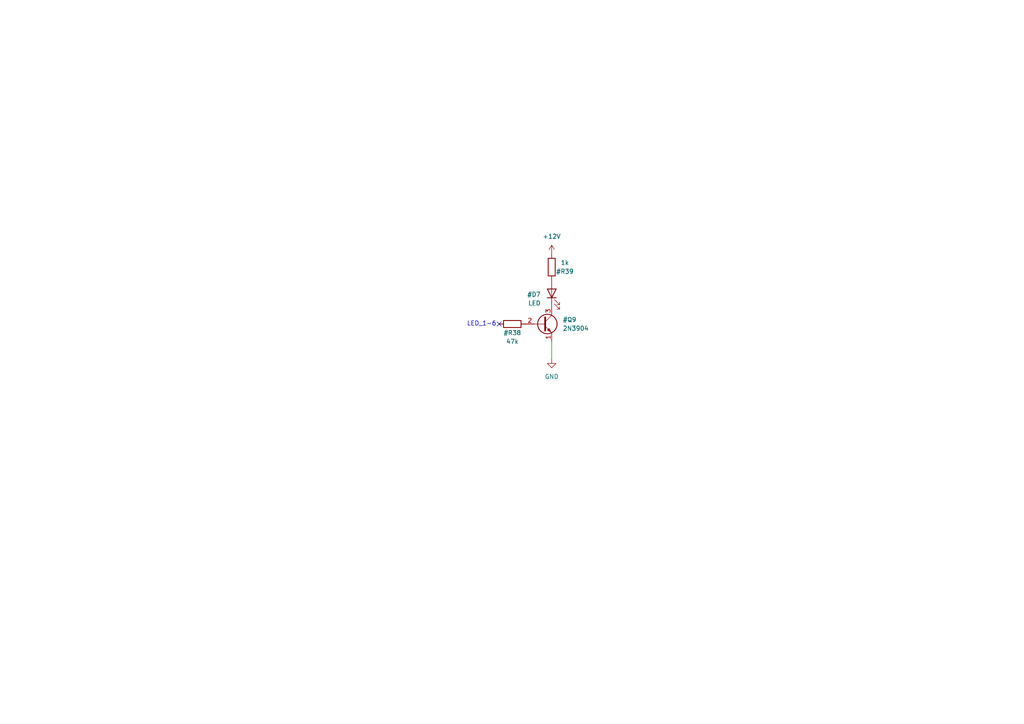
<source format=kicad_sch>
(kicad_sch (version 20250114) (generator "eeschema") (generator_version "9.0")
  (paper "A4")
  (lib_symbols
    (symbol "Device:LED" (pin_numbers (hide yes)) (pin_names (offset 1.016) (hide yes))
      (property "Reference" "D" (at 0 2.54 0))
      (property "Value" "LED" (at 0 -2.54 0))
      (symbol "LED_0_1"
        (polyline (pts (xy -3.048 -0.762) (xy -4.572 -2.286) (xy -3.81 -2.286) (xy -4.572 -2.286) (xy -4.572 -1.524)))
        (polyline (pts (xy -1.778 -0.762) (xy -3.302 -2.286) (xy -2.54 -2.286) (xy -3.302 -2.286) (xy -3.302 -1.524)))
        (polyline (pts (xy -1.27 0) (xy 1.27 0)))
        (polyline (pts (xy -1.27 -1.27) (xy -1.27 1.27)) (stroke (width 0.254)))
        (polyline (pts (xy 1.27 -1.27) (xy 1.27 1.27) (xy -1.27 0) (xy 1.27 -1.27)) (stroke (width 0.254)))
      )
      (symbol "LED_1_1"
        (pin passive line (at -3.81 0 0) (length 2.54) (name "K") (number "1"))
        (pin passive line (at 3.81 0 180) (length 2.54) (name "A") (number "2"))
      )
    )
    (symbol "Device:R" (pin_numbers (hide yes)) (pin_names (offset 0))
      (property "Reference" "R" (at 2.032 0 90))
      (property "Value" "R" (at 0 0 90))
      (symbol "R_0_1"
        (rectangle (start -1.016 -2.54) (end 1.016 2.54) (stroke (width 0.254)))
      )
      (symbol "R_1_1"
        (pin passive line (at 0 3.81 270) (length 1.27) (name "~") (number "1"))
        (pin passive line (at 0 -3.81 90) (length 1.27) (name "~") (number "2"))
      )
    )
    (symbol "Transistor_BJT:2N3904" (pin_names (offset 0) (hide yes))
      (property "Reference" "Q" (at 5.08 1.905 0))
      (property "Value" "2N3904" (at 5.08 0 0))
      (symbol "2N3904_0_1"
        (polyline (pts (xy -2.54 0) (xy 0.635 0)))
        (polyline (pts (xy 0.635 1.905) (xy 0.635 -1.905)) (stroke (width 0.508)))
        (circle (center 1.27 0) (radius 2.8194) (stroke (width 0.254)))
      )
      (symbol "2N3904_1_1"
        (polyline (pts (xy 0.635 0.635) (xy 2.54 2.54)))
        (polyline (pts (xy 0.635 -0.635) (xy 2.54 -2.54)))
        (polyline (pts (xy 1.27 -1.778) (xy 1.778 -1.27) (xy 2.286 -2.286) (xy 1.27 -1.778)) (fill (type outline)))
        (pin input line (at -5.08 0 0) (length 2.54) (name "B") (number "2"))
        (pin passive line (at 2.54 5.08 270) (length 2.54) (name "C") (number "3"))
        (pin passive line (at 2.54 -5.08 90) (length 2.54) (name "E") (number "1"))
      )
    )
    (symbol "power:+12V" (power) (pin_numbers (hide yes)) (pin_names (offset 0) (hide yes))
      (property "Value" "+12V" (at 0 3.556 0))
      (symbol "+12V_0_1"
        (polyline (pts (xy -0.762 1.27) (xy 0 2.54)))
        (polyline (pts (xy 0 2.54) (xy 0.762 1.27)))
        (polyline (pts (xy 0 0) (xy 0 2.54)))
      )
      (symbol "+12V_1_1"
        (pin power_in line (at 0 0 90) (length 0) (name "~") (number "1"))
      )
    )
    (symbol "power:GND" (power) (pin_numbers (hide yes)) (pin_names (offset 0) (hide yes))
      (property "Value" "GND" (at 0 -3.81 0))
      (symbol "GND_0_1"
        (polyline (pts (xy 0 0) (xy 0 -1.27) (xy 1.27 -1.27) (xy 0 -2.54) (xy -1.27 -1.27) (xy 0 -1.27)))
      )
      (symbol "GND_1_1"
        (pin power_in line (at 0 0 270) (length 0) (name "~") (number "1"))
      )
    )
  )
  (text "LED_1-6" (at 139.7 93.98 0) (effects (font (size 1.27 1.27))))
  (no_connect (at 144.78 93.98))
  (wire (pts (xy 160.02 104.14) (xy 160.02 99.06)))
  (symbol (lib_id "power:GND") (at 160.02 104.14 0) (unit 1)
    (property "Reference" "#PWR073" (effects (hide yes)))
    (property "Value" "GND" (at 160.02 109.22 0))
    (property "Description" "Power symbol creates a global label with name \"GND\" , ground" (effects (hide yes)))
  )
  (symbol (lib_id "Transistor_BJT:2N3904") (at 157.48 93.98 0) (unit 1)
    (property "Reference" "#Q9" (at 163.195 92.7099 0) (effects (justify left)))
    (property "Value" "2N3904" (at 163.195 95.2499 0) (effects (justify left)))
    (property "Footprint" "Package_TO_SOT_THT:TO-92_Inline" (effects (hide yes)))
    (property "Datasheet" "https://www.onsemi.com/pub/Collateral/2N3903-D.PDF" (effects (hide yes)))
    (property "Description" "0.2A Ic, 40V Vce, Small Signal NPN Transistor, TO-92" (effects (hide yes)))
  )
  (symbol (lib_id "power:+12V") (at 160.02 73.66 0) (unit 1)
    (property "Reference" "#PWR072" (effects (hide yes)))
    (property "Value" "+12V" (at 160.02 68.58 0))
    (property "Description" "Power symbol creates a global label with name \"+12V\"" (effects (hide yes)))
  )
  (symbol (lib_id "Device:LED") (at 160.02 85.09 90) (unit 1)
    (property "Reference" "#D7" (at 156.845 85.4074 90) (effects (justify left)))
    (property "Value" "LED" (at 156.845 87.9474 90) (effects (justify left)))
    (property "Description" "Light emitting diode" (effects (hide yes)))
    (property "Sim.Pins" "1=K 2=A" (effects (hide yes)))
  )
  (symbol (lib_id "Device:R") (at 160.02 77.47 180) (unit 1)
    (property "Reference" "#R39" (at 163.83 78.74 0))
    (property "Value" "1k" (at 163.83 76.2 0))
    (property "Footprint" "Resistor_SMD:R_0603_1608Metric" (effects (hide yes)))
    (property "Vendor" "JLCPCB" (effects (hide yes)))
  )
  (symbol (lib_id "Device:R") (at 148.59 93.98 90) (unit 1)
    (property "Reference" "#R38" (at 148.59 96.52 90))
    (property "Value" "47k" (at 148.59 99.06 90))
    (property "Footprint" "Resistor_SMD:R_0603_1608Metric" (effects (hide yes)))
    (property "LCSC" "C25803" (effects (hide yes)))
    (property "Vendor" "JLCPCB" (effects (hide yes)))
  )
)
</source>
